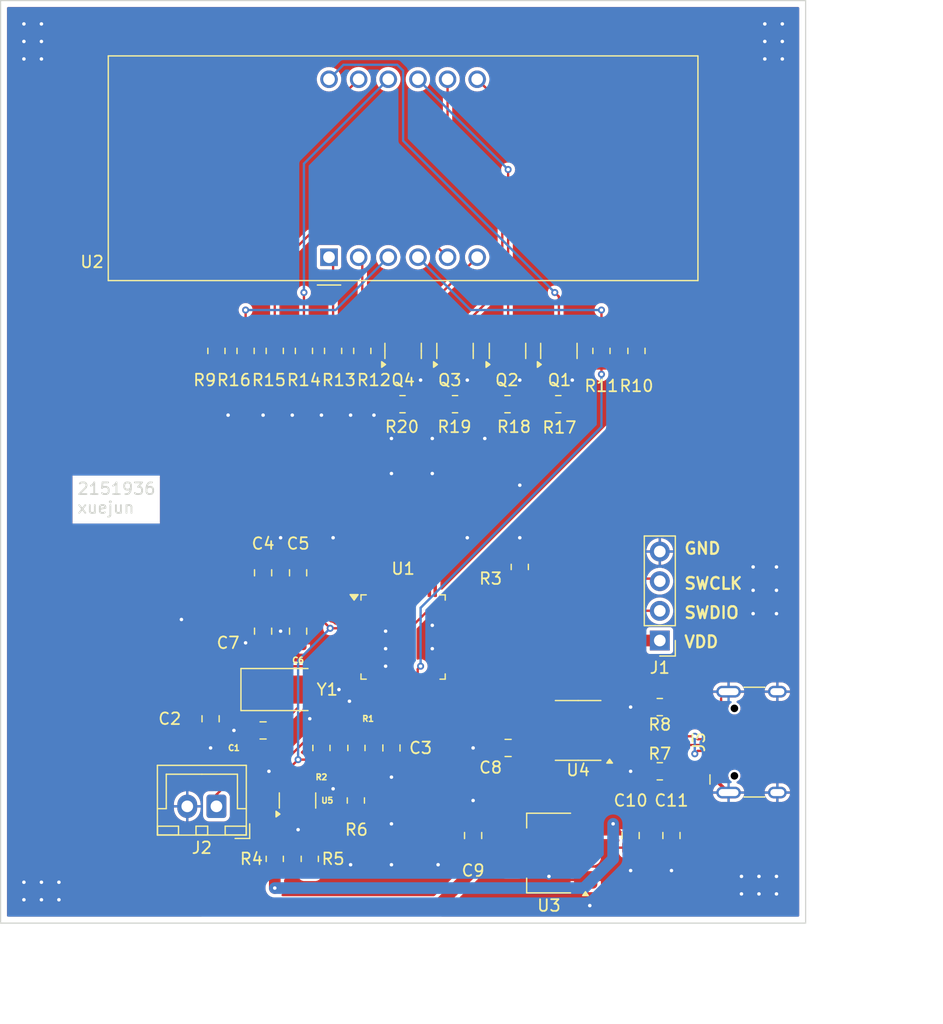
<source format=kicad_pcb>
(kicad_pcb (version 20240108) (generator "pcbnew") (generator_version "8.0")
  (layers (0 "F.Cu" signal) (31 "B.Cu" signal) (34 "B.Paste" user) (35 "F.Paste" user) (36 "B.SilkS" user "B.Silkscreen") (37 "F.SilkS" user "F.Silkscreen") (38 "B.Mask" user) (39 "F.Mask" user) (44 "Edge.Cuts" user))
  (net 0 "")
  (net 1 "Net-(Q2-B)")
  (net 2 "/CC2")
  (net 3 "/CC1")
  (net 4 "Net-(Q1-B)")
  (net 5 "/SEG_DP")
  (net 6 "Net-(U2-DPX)")
  (net 7 "Net-(U2-g)")
  (net 8 "/SEG_G")
  (net 9 "Net-(U2-f)")
  (net 10 "/SEG_F")
  (net 11 "/SEG_B")
  (net 12 "Net-(U2-b)")
  (net 13 "/SEG_E")
  (net 14 "Net-(U2-e)")
  (net 15 "Net-(U2-d)")
  (net 16 "/SEG_D")
  (net 17 "Net-(U2-c)")
  (net 18 "/SEG_C")
  (net 19 "/SEG_A")
  (net 20 "Net-(U2-a)")
  (net 21 "GND")
  (net 22 "Net-(J3-CC2)")
  (net 23 "Net-(J3-CC1)")
  (net 24 "Net-(U5-REF)")
  (net 25 "/VREF")
  (net 26 "Net-(U1-NRST)")
  (net 27 "VDD")
  (net 28 "Net-(J2-Pin_1)")
  (net 29 "/SWCLK")
  (net 30 "VCC")
  (net 31 "/CC3")
  (net 32 "Net-(Q3-B)")
  (net 33 "/CC4")
  (net 34 "Net-(Q4-B)")
  (net 35 "Net-(Q4-C)")
  (net 36 "Net-(Q1-C)")
  (net 37 "Net-(Q2-C)")
  (net 38 "Net-(Q3-C)")
  (net 39 "Net-(U4-UD-)")
  (net 40 "Net-(U4-UD+)")
  (net 42 "/UART_RX")
  (net 43 "/UART_TX")
  (net 63 "/SWDIO")
  (net 69 "Net-(U1-PF0)")
  (net 70 "Net-(U1-PF1)")
  (footprint "Capacitor_SMD:C_0805_2012Metric_Pad1.18x1.45mm_HandSolder" (layer "F.Cu") (at 141 104 -90)
    (property "Reference" "C6")
    (property "Value" "0.1uF")
  )
  (footprint "Resistor_SMD:R_0805_2012Metric_Pad1.20x1.40mm_HandSolder" (layer "F.Cu") (at 145.95 118.5 90)
    (property "Reference" "R6")
    (property "Value" "10k")
  )
  (footprint "Capacitor_SMD:C_0805_2012Metric_Pad1.18x1.45mm_HandSolder" (layer "F.Cu") (at 169.5 121.5 -90)
    (property "Reference" "C10")
    (property "Value" "0.1uF")
  )
  (footprint "Capacitor_SMD:C_0805_2012Metric_Pad1.18x1.45mm_HandSolder" (layer "F.Cu") (at 138 99 90)
    (property "Reference" "C4")
    (property "Value" "10uF")
  )
  (footprint "Connector_PinHeader_2.54mm:PinHeader_1x04_P2.54mm_Vertical" (layer "F.Cu") (at 172 104.8 180)
    (property "Reference" "J1")
    (property "Value" "Conn_01x04_Pin")
  )
  (footprint "Package_TO_SOT_SMD:SOT-23" (layer "F.Cu") (at 154.45 80 90)
    (property "Reference" "Q3")
    (property "Value" "MMBT3904" (hide yes))
  )
  (footprint "Package_TO_SOT_SMD:SOT-23" (layer "F.Cu") (at 158.95 80 90)
    (property "Reference" "Q2")
    (property "Value" "MMBT3904" (hide yes))
  )
  (footprint "Capacitor_SMD:C_0805_2012Metric_Pad1.18x1.45mm_HandSolder" (layer "F.Cu") (at 156 121.5 90)
    (property "Reference" "C9")
    (property "Value" "0.1uF")
  )
  (footprint "Resistor_SMD:R_0805_2012Metric_Pad1.20x1.40mm_HandSolder" (layer "F.Cu") (at 139 80 90)
    (property "Reference" "R15")
    (property "Value" "330")
  )
  (footprint "Resistor_SMD:R_0805_2012Metric_Pad1.20x1.40mm_HandSolder" (layer "F.Cu") (at 163.3 84.5625 180)
    (property "Reference" "R17")
    (property "Value" "1k")
  )
  (footprint "Display_7Segment:CA56-12EWA" (layer "F.Cu") (at 143.65 71.9775 90)
    (property "Reference" "U2")
    (property "Value" "CC56-12EWA")
  )
  (footprint "Resistor_SMD:R_0805_2012Metric_Pad1.20x1.40mm_HandSolder" (layer "F.Cu") (at 142 123.5 90)
    (property "Reference" "R5")
    (property "Value" "3.3k")
  )
  (footprint "Resistor_SMD:R_0805_2012Metric_Pad1.20x1.40mm_HandSolder" (layer "F.Cu") (at 146.5 80 90)
    (property "Reference" "R12")
    (property "Value" "330")
  )
  (footprint "Resistor_SMD:R_0805_2012Metric_Pad1.20x1.40mm_HandSolder" (layer "F.Cu") (at 149.95 84.5625 180)
    (property "Reference" "R20")
    (property "Value" "1k")
  )
  (footprint "Capacitor_SMD:C_0805_2012Metric_Pad1.18x1.45mm_HandSolder" (layer "F.Cu") (at 173 121.5 -90)
    (property "Reference" "C11")
    (property "Value" "10uF")
  )
  (footprint "Resistor_SMD:R_0805_2012Metric_Pad1.20x1.40mm_HandSolder" (layer "F.Cu") (at 158.95 84.5625 180)
    (property "Reference" "R18")
    (property "Value" "1k")
  )
  (footprint "Resistor_SMD:R_0805_2012Metric_Pad1.20x1.40mm_HandSolder" (layer "F.Cu") (at 134 80 90)
    (property "Reference" "R9")
    (property "Value" "330")
  )
  (footprint "Resistor_SMD:R_0805_2012Metric_Pad1.20x1.40mm_HandSolder" (layer "F.Cu") (at 146 114 90)
    (property "Reference" "R1")
    (property "Value" "10k")
  )
  (footprint "Resistor_SMD:R_0805_2012Metric_Pad1.20x1.40mm_HandSolder" (layer "F.Cu") (at 172 116 180)
    (property "Reference" "R7")
    (property "Value" "5.1k")
  )
  (footprint "Package_SO:SOIC-8_3.9x4.9mm_P1.27mm" (layer "F.Cu") (at 165 112.5 180)
    (property "Reference" "U4")
    (property "Value" "CH340N")
  )
  (footprint "Capacitor_SMD:C_0805_2012Metric_Pad1.18x1.45mm_HandSolder" (layer "F.Cu") (at 138 104 -90)
    (property "Reference" "C7")
    (property "Value" "10uF")
  )
  (footprint "Package_TO_SOT_SMD:SOT-23" (layer "F.Cu") (at 163.35 80 90)
    (property "Reference" "Q1")
    (property "Value" "MMBT3904")
  )
  (footprint "Connector_USB:USB_C_Receptacle_HCTL_HC-TYPE-C-16P-01A" (layer "F.Cu") (at 181 113.5 90)
    (property "Reference" "J3")
    (property "Value" "USB_C_Receptacle_USB2.0_16P")
  )
  (footprint "Package_TO_SOT_SMD:SOT-223-3_TabPin2" (layer "F.Cu") (at 162.5 123 180)
    (property "Reference" "U3")
    (property "Value" "AMS1117-3.3")
  )
  (footprint "Resistor_SMD:R_0805_2012Metric_Pad1.20x1.40mm_HandSolder" (layer "F.Cu") (at 141.5 80 90)
    (property "Reference" "R14")
    (property "Value" "330")
  )
  (footprint "Resistor_SMD:R_0805_2012Metric_Pad1.20x1.40mm_HandSolder" (layer "F.Cu") (at 144 80 90)
    (property "Reference" "R13")
    (property "Value" "330")
  )
  (footprint "Resistor_SMD:R_0805_2012Metric_Pad1.20x1.40mm_HandSolder" (layer "F.Cu") (at 172 110.5 180)
    (property "Reference" "R8")
    (property "Value" "5.1k")
  )
  (footprint "Capacitor_SMD:C_0805_2012Metric_Pad1.18x1.45mm_HandSolder" (layer "F.Cu") (at 138 112.5 180)
    (property "Reference" "C1")
    (property "Value" "22pF")
  )
  (footprint "Connector_JST:JST_XH_B2B-XH-A_1x02_P2.50mm_Vertical" (layer "F.Cu") (at 134 119 180)
    (property "Reference" "J2")
    (property "Value" "Conn_01x02_Pin")
  )
  (footprint "Capacitor_SMD:C_0805_2012Metric_Pad1.18x1.45mm_HandSolder" (layer "F.Cu") (at 149 114 -90)
    (property "Reference" "C3")
    (property "Value" "0.1uF")
  )
  (footprint "Resistor_SMD:R_0805_2012Metric_Pad1.20x1.40mm_HandSolder" (layer "F.Cu") (at 139 123.5 90)
    (property "Reference" "R4")
    (property "Value" "330")
  )
  (footprint "Resistor_SMD:R_0805_2012Metric_Pad1.20x1.40mm_HandSolder" (layer "F.Cu") (at 136.5 80 90)
    (property "Reference" "R16")
    (property "Value" "330")
  )
  (footprint "Resistor_SMD:R_0805_2012Metric_Pad1.20x1.40mm_HandSolder" (layer "F.Cu") (at 170 80 90)
    (property "Reference" "R10")
    (property "Value" "330")
  )
  (footprint "Resistor_SMD:R_0805_2012Metric_Pad1.20x1.40mm_HandSolder" (layer "F.Cu") (at 160 98.5 90)
    (property "Reference" "R3")
    (property "Value" "10k")
  )
  (footprint "Package_QFP:LQFP-48_7x7mm_P0.5mm" (layer "F.Cu") (at 150 104.5)
    (property "Reference" "U1")
    (property "Value" "STM32G030C8Tx")
  )
  (footprint "Resistor_SMD:R_0805_2012Metric_Pad1.20x1.40mm_HandSolder" (layer "F.Cu") (at 143 114 90)
    (property "Reference" "R2")
    (property "Value" "10k")
  )
  (footprint "Resistor_SMD:R_0805_2012Metric_Pad1.20x1.40mm_HandSolder" (layer "F.Cu") (at 167 80 90)
    (property "Reference" "R11")
    (property "Value" "330")
  )
  (footprint "Capacitor_SMD:C_0805_2012Metric_Pad1.18x1.45mm_HandSolder" (layer "F.Cu") (at 159 114 180)
    (property "Reference" "C8")
    (property "Value" "0.1uF")
  )
  (footprint "Resistor_SMD:R_0805_2012Metric_Pad1.20x1.40mm_HandSolder" (layer "F.Cu") (at 154.45 84.5625 180)
    (property "Reference" "R19")
    (property "Value" "1k")
  )
  (footprint "Package_TO_SOT_SMD:SOT-23" (layer "F.Cu") (at 140.95 118.5 90)
    (property "Reference" "U5")
    (property "Value" "TL431DBZ")
  )
  (footprint "Package_TO_SOT_SMD:SOT-23" (layer "F.Cu") (at 150 80 90)
    (property "Reference" "Q4")
    (property "Value" "MMBT3904" (hide yes))
  )
  (footprint "Capacitor_SMD:C_0805_2012Metric_Pad1.18x1.45mm_HandSolder" (layer "F.Cu") (at 133.5 111.5 -90)
    (property "Reference" "C2")
    (property "Value" "22pF")
  )
  (footprint "Capacitor_SMD:C_0805_2012Metric_Pad1.18x1.45mm_HandSolder" (layer "F.Cu") (at 141 99 90)
    (property "Reference" "C5")
    (property "Value" "0.1uF")
  )
  (footprint "Crystal:Crystal_SMD_5032-2Pin_5.0x3.2mm" (layer "F.Cu") (at 139.15 109)
    (property "Reference" "Y1")
    (property "Value" "Crystal")
  )
  (gr_line (start 184.5 50) (end 184.5 129) (stroke (width 0.1)) (layer "Edge.Cuts"))
  (gr_line (start 115.5 50) (end 184.5 50) (stroke (width 0.1)) (layer "Edge.Cuts"))
  (gr_line (start 115.5 50) (end 115.5 129) (stroke (width 0.1)) (layer "Edge.Cuts"))
  (gr_line (start 184.5 129) (end 115.5 129) (stroke (width 0.1)) (layer "Edge.Cuts"))
  (gr_text "GND" (at 174 97.5 0) (layer "F.SilkS") (effects (font (size 1 1) (thickness 0.2) (bold yes)) (justify left bottom)))
  (gr_text "SWDIO" (at 174 103 0) (layer "F.SilkS") (effects (font (size 1 1) (thickness 0.2) (bold yes)) (justify left bottom)))
  (gr_text "VDD" (at 174 105.5 0) (layer "F.SilkS") (effects (font (size 1 1) (thickness 0.2) (bold yes)) (justify left bottom)))
  (gr_text "SWCLK" (at 174 100.5 0) (layer "F.SilkS") (effects (font (size 1 1) (thickness 0.2) (bold yes)) (justify left bottom)))
  (gr_text "2151936\nxuejun" (at 122 94 0) (layer "Edge.Cuts") (effects (font (size 1 1)) (justify left bottom)))
  (segment (start 157.95 84.5625) (end 157.95 80.9875) (width 0.2) (layer "F.Cu") (net 1))
  (segment (start 157.95 80.9875) (end 158 80.9375) (width 0.2) (layer "F.Cu") (net 1))
  (segment (start 151.75 94.75) (end 159.95 86.55) (width 0.2) (layer "F.Cu") (net 2))
  (segment (start 159.95 86.55) (end 159.95 84.5625) (width 0.2) (layer "F.Cu") (net 2))
  (segment (start 151.75 100.3375) (end 151.75 94.75) (width 0.2) (layer "F.Cu") (net 2))
  (segment (start 152.25 100.3375) (end 152.25 96.6125) (width 0.2) (layer "F.Cu") (net 3))
  (segment (start 152.25 96.6125) (end 164.3 84.5625) (width 0.2) (layer "F.Cu") (net 3))
  (segment (start 162.3 81.0375) (end 162.4 80.9375) (width 0.2) (layer "F.Cu") (net 4))
  (segment (start 162.3 84.5625) (end 162.3 81.0375) (width 0.2) (layer "F.Cu") (net 4))
  (segment (start 148.25 97.75) (end 136.5 86) (width 0.2) (layer "F.Cu") (net 5))
  (segment (start 136.5 86) (end 136.5 81) (width 0.2) (layer "F.Cu") (net 5))
  (segment (start 148.25 100.3375) (end 148.25 97.75) (width 0.2) (layer "F.Cu") (net 5))
  (segment (start 149 72.2475) (end 148.73 71.9775) (width 0.2) (layer "F.Cu") (net 6))
  (segment (start 136.5 79) (end 136.5 76.5) (width 0.2) (layer "F.Cu") (net 6))
  (via (at 136.5 76.5) (size 0.6) (drill 0.3) (layers "F.Cu" "B.Cu") (net 6))
  (segment (start 144.2075 76.5) (end 148.73 71.9775) (width 0.2) (layer "B.Cu") (net 6))
  (segment (start 136.5 76.5) (end 144.2075 76.5) (width 0.2) (layer "B.Cu") (net 6))
  (segment (start 139 79) (end 139 73) (width 0.2) (layer "F.Cu") (net 7))
  (segment (start 139 73) (end 142 70) (width 0.2) (layer "F.Cu") (net 7))
  (segment (start 142 70) (end 151.8325 70) (width 0.2) (layer "F.Cu") (net 7))
  (segment (start 151.8325 70) (end 153.81 71.9775) (width 0.2) (layer "F.Cu") (net 7))
  (segment (start 148.75 100.3375) (end 148.75 96.75) (width 0.2) (layer "F.Cu") (net 8))
  (segment (start 148.75 96.75) (end 139 87) (width 0.2) (layer "F.Cu") (net 8))
  (segment (start 139 87) (end 139 81) (width 0.2) (layer "F.Cu") (net 8))
  (segment (start 141.5 79) (end 141.5 75) (width 0.2) (layer "F.Cu") (net 9))
  (via (at 141.5 75) (size 0.6) (drill 0.3) (layers "F.Cu" "B.Cu") (net 9))
  (segment (start 141.5 75) (end 141.5 63.9675) (width 0.2) (layer "B.Cu") (net 9))
  (segment (start 141.5 63.9675) (end 148.73 56.7375) (width 0.2) (layer "B.Cu") (net 9))
  (segment (start 141.5 88) (end 141.5 81) (width 0.2) (layer "F.Cu") (net 10))
  (segment (start 149.25 95.75) (end 141.5 88) (width 0.2) (layer "F.Cu") (net 10))
  (segment (start 149.25 100.3375) (end 149.25 95.75) (width 0.2) (layer "F.Cu") (net 10))
  (segment (start 170 84.35741) (end 170 81) (width 0.2) (layer "F.Cu") (net 11))
  (segment (start 150.75 108.6625) (end 150.75 103.60741) (width 0.2) (layer "F.Cu") (net 11))
  (segment (start 150.75 103.60741) (end 170 84.35741) (width 0.2) (layer "F.Cu") (net 11))
  (segment (start 170 70.3875) (end 156.35 56.7375) (width 0.2) (layer "F.Cu") (net 12))
  (segment (start 170 79) (end 170 70.3875) (width 0.2) (layer "F.Cu") (net 12))
  (segment (start 144 89) (end 144 81) (width 0.2) (layer "F.Cu") (net 13))
  (segment (start 149.75 100.3375) (end 149.75 94.75) (width 0.2) (layer "F.Cu") (net 13))
  (segment (start 149.75 94.75) (end 144 89) (width 0.2) (layer "F.Cu") (net 13))
  (segment (start 144 72.3275) (end 143.65 71.9775) (width 0.2) (layer "F.Cu") (net 14))
  (segment (start 144 79) (end 144 72.3275) (width 0.2) (layer "F.Cu") (net 14))
  (segment (start 146.5 72.2875) (end 146.19 71.9775) (width 0.2) (layer "F.Cu") (net 15))
  (segment (start 146.5 79) (end 146.5 72.2875) (width 0.2) (layer "F.Cu") (net 15))
  (segment (start 150.25 93.75) (end 146.5 90) (width 0.2) (layer "F.Cu") (net 16))
  (segment (start 150.25 100.3375) (end 150.25 93.75) (width 0.2) (layer "F.Cu") (net 16))
  (segment (start 146.5 90) (end 146.5 81) (width 0.2) (layer "F.Cu") (net 16))
  (segment (start 167 76.5) (end 167 79) (width 0.2) (layer "F.Cu") (net 17))
  (via (at 167 76.5) (size 0.6) (drill 0.3) (layers "F.Cu" "B.Cu") (net 17))
  (segment (start 155.7925 76.5) (end 151.27 71.9775) (width 0.2) (layer "B.Cu") (net 17))
  (segment (start 167 76.5) (end 155.7925 76.5) (width 0.2) (layer "B.Cu") (net 17))
  (segment (start 151.25 107.25) (end 151.25 108.6625) (width 0.2) (layer "F.Cu") (net 18))
  (segment (start 151.5 107) (end 151.25 107.25) (width 0.2) (layer "F.Cu") (net 18))
  (segment (start 167 81) (end 167 82) (width 0.2) (layer "F.Cu") (net 18))
  (via (at 167 82) (size 0.6) (drill 0.3) (layers "F.Cu" "B.Cu") (net 18))
  (via (at 151.5 107) (size 0.6) (drill 0.3) (layers "F.Cu" "B.Cu") (net 18))
  (segment (start 167 86.5) (end 167 82) (width 0.2) (layer "B.Cu") (net 18))
  (segment (start 151.5 107) (end 151.5 102) (width 0.2) (layer "B.Cu") (net 18))
  (segment (start 151.5 102) (end 167 86.5) (width 0.2) (layer "B.Cu") (net 18))
  (segment (start 150.25 104.60741) (end 134 88.35741) (width 0.2) (layer "F.Cu") (net 19))
  (segment (start 134 88.35741) (end 134 81) (width 0.2) (layer "F.Cu") (net 19))
  (segment (start 150.25 108.6625) (end 150.25 104.60741) (width 0.2) (layer "F.Cu") (net 19))
  (segment (start 134 79) (end 134 68.9275) (width 0.2) (layer "F.Cu") (net 20))
  (segment (start 134 68.9275) (end 146.19 56.7375) (width 0.2) (layer "F.Cu") (net 20))
  (segment (start 138 105.0375) (end 141 105.0375) (width 0.2) (layer "F.Cu") (net 21))
  (segment (start 176.955 116.905) (end 177.87 117.82) (width 0.3) (layer "F.Cu") (net 21))
  (segment (start 177.87 117.82) (end 177.895 117.82) (width 0.2) (layer "F.Cu") (net 21))
  (segment (start 176.955 116.75) (end 176.955 116.905) (width 0.3) (layer "F.Cu") (net 21))
  (segment (start 145.8375 104.75) (end 141.2875 104.75) (width 0.2) (layer "F.Cu") (net 21))
  (segment (start 141.2875 104.75) (end 141 105.0375) (width 0.2) (layer "F.Cu") (net 21))
  (via (at 182 98.5) (size 0.6) (drill 0.3) (layers "F.Cu" "B.Cu") (net 21))
  (via (at 162.5 125) (size 0.6) (drill 0.3) (layers "F.Cu" "B.Cu") (net 21))
  (via (at 160 91.5) (size 0.6) (drill 0.3) (layers "F.Cu" "B.Cu") (net 21))
  (via (at 152.5 105.5) (size 0.6) (drill 0.3) (layers "F.Cu" "B.Cu") (net 21))
  (via (at 179 125) (size 0.6) (drill 0.3) (layers "F.Cu" "B.Cu") (net 21))
  (via (at 156 118.5) (size 0.6) (drill 0.3) (layers "F.Cu" "B.Cu") (net 21))
  (via (at 138 85.5) (size 0.6) (drill 0.3) (layers "F.Cu" "B.Cu") (net 21))
  (via (at 120.5 125.5) (size 0.6) (drill 0.3) (layers "F.Cu" "B.Cu") (net 21))
  (via (at 169.5 110.5) (size 0.6) (drill 0.3) (layers "F.Cu" "B.Cu") (net 21))
  (via (at 160 96) (size 0.6) (drill 0.3) (layers "F.Cu" "B.Cu") (net 21))
  (via (at 142 111.5) (size 0.6) (drill 0.3) (layers "F.Cu" "B.Cu") (net 21))
  (via (at 180.5 125) (size 0.6) (drill 0.3) (layers "F.Cu" "B.Cu") (net 21))
  (via (at 145.5 124) (size 0.6) (drill 0.3) (layers "F.Cu" "B.Cu") (net 21))
  (via (at 181 52) (size 0.6) (drill 0.3) (layers "F.Cu" "B.Cu") (net 21))
  (via (at 133.5 114) (size 0.6) (drill 0.3) (layers "F.Cu" "B.Cu") (net 21))
  (via (at 166 127.5) (size 0.6) (drill 0.3) (layers "F.Cu" "B.Cu") (net 21))
  (via (at 119 55) (size 0.6) (drill 0.3) (layers "F.Cu" "B.Cu") (net 21))
  (via (at 145.5 85.5) (size 0.6) (drill 0.3) (layers "F.Cu" "B.Cu") (net 21))
  (via (at 181 53.5) (size 0.6) (drill 0.3) (layers "F.Cu" "B.Cu") (net 21))
  (via (at 181 55) (size 0.6) (drill 0.3) (layers "F.Cu" "B.Cu") (net 21))
  (via (at 156 114) (size 0.6) (drill 0.3) (layers "F.Cu" "B.Cu") (net 21))
  (via (at 149 116.5) (size 0.6) (drill 0.3) (layers "F.Cu" "B.Cu") (net 21))
  (via (at 148.5 104) (size 0.6) (drill 0.3) (layers "F.Cu" "B.Cu") (net 21))
  (via (at 136.5 105) (size 0.6) (drill 0.3) (layers "F.Cu" "B.Cu") (net 21))
  (via (at 140.5 85.5) (size 0.6) (drill 0.3) (layers "F.Cu" "B.Cu") (net 21))
  (via (at 180 102.5) (size 0.6) (drill 0.3) (layers "F.Cu" "B.Cu") (net 21))
  (via (at 119 52) (size 0.6) (drill 0.3) (layers "F.Cu" "B.Cu") (net 21))
  (via (at 160 82.5) (size 0.6) (drill 0.3) (layers "F.Cu" "B.Cu") (net 21))
  (via (at 173 124.5) (size 0.6) (drill 0.3) (layers "F.Cu" "B.Cu") (net 21))
  (via (at 149 87.5) (size 0.6) (drill 0.3) (layers "F.Cu" "B.Cu") (net 21))
  (via (at 117.5 125.5) (size 0.6) (drill 0.3) (layers "F.Cu" "B.Cu") (net 21))
  (via (at 117.5 127) (size 0.6) (drill 0.3) (layers "F.Cu" "B.Cu") (net 21))
  (via (at 153 124) (size 0.6) (drill 0.3) (layers "F.Cu" "B.Cu") (net 21))
  (via (at 148.5 107) (size 0.6) (drill 0.3) (layers "F.Cu" "B.Cu") (net 21))
  (via (at 139.5 104) (size 0.6) (drill 0.3) (layers "F.Cu" "B.Cu") (net 21))
  (via (at 182.5 52) (size 0.6) (drill 0.3) (layers "F.Cu" "B.Cu") (net 21))
  (via (at 180 100.5) (size 0.6) (drill 0.3) (layers "F.Cu" "B.Cu") (net 21))
  (via (at 180 98.5) (size 0.6) (drill 0.3) (layers "F.Cu" "B.Cu") (net 21))
  (via (at 138.5 116) (size 0.6) (drill 0.3) (layers "F.Cu" "B.Cu") (net 21))
  (via (at 119 125.5) (size 0.6) (drill 0.3) (layers "F.Cu" "B.Cu") (net 21))
  (via (at 182 125) (size 0.6) (drill 0.3) (layers "F.Cu" "B.Cu") (net 21))
  (via (at 149 124) (size 0.6) (drill 0.3) (layers "F.Cu" "B.Cu") (net 21))
  (via (at 164.5 82.5) (size 0.6) (drill 0.3) (layers "F.Cu" "B.Cu") (net 21))
  (via (at 144.5 109) (size 0.6) (drill 0.3) (layers "F.Cu" "B.Cu") (net 21))
  (via (at 149 90.5) (size 0.6) (drill 0.3) (layers "F.Cu" "B.Cu") (net 21))
  (via (at 139.5 96) (size 0.6) (drill 0.3) (layers "F.Cu" "B.Cu") (net 21))
  (via (at 155.5 82.5) (size 0.6) (drill 0.3) (layers "F.Cu" "B.Cu") (net 21))
  (via (at 144 96) (size 0.6) (drill 0.3) (layers "F.Cu" "B.Cu") (net 21))
  (via (at 117.5 53.5) (size 0.6) (drill 0.3) (layers "F.Cu" "B.Cu") (net 21))
  (via (at 119 53.5) (size 0.6) (drill 0.3) (layers "F.Cu" "B.Cu") (net 21))
  (via (at 182.5 53.5) (size 0.6) (drill 0.3) (layers "F.Cu" "B.Cu") (net 21))
  (via (at 182 100.5) (size 0.6) (drill 0.3) (layers "F.Cu" "B.Cu") (net 21))
  (via (at 119 127) (size 0.6) (drill 0.3) (layers "F.Cu" "B.Cu") (net 21))
  (via (at 120.5 127) (size 0.6) (drill 0.3) (layers "F.Cu" "B.Cu") (net 21))
  (via (at 155.5 96) (size 0.6) (drill 0.3) (layers "F.Cu" "B.Cu") (net 21))
  (via (at 135 85.5) (size 0.6) (drill 0.3) (layers "F.Cu" "B.Cu") (net 21))
  (via (at 144 117.5) (size 0.6) (drill 0.3) (layers "F.Cu" "B.Cu") (net 21))
  (via (at 180.5 126.5) (size 0.6) (drill 0.3) (layers "F.Cu" "B.Cu") (net 21))
  (via (at 169.5 124.5) (size 0.6) (drill 0.3) (layers "F.Cu" "B.Cu") (net 21))
  (via (at 182.5 55) (size 0.6) (drill 0.3) (layers "F.Cu" "B.Cu") (net 21))
  (via (at 151.5 82.5) (size 0.6) (drill 0.3) (layers "F.Cu" "B.Cu") (net 21))
  (via (at 182 102.5) (size 0.6) (drill 0.3) (layers "F.Cu" "B.Cu") (net 21))
  (via (at 182 126.5) (size 0.6) (drill 0.3) (layers "F.Cu" "B.Cu") (net 21))
  (via (at 145.4 110) (size 0.6) (drill 0.3) (layers "F.Cu" "B.Cu") (net 21))
  (via (at 179 126.5) (size 0.6) (drill 0.3) (layers "F.Cu" "B.Cu") (net 21))
  (via (at 169.5 116) (size 0.6) (drill 0.3) (layers "F.Cu" "B.Cu") (net 21))
  (via (at 117.5 52) (size 0.6) (drill 0.3) (layers "F.Cu" "B.Cu") (net 21))
  (via (at 117.5 55) (size 0.6) (drill 0.3) (layers "F.Cu" "B.Cu") (net 21))
  (via (at 131 103) (size 0.6) (drill 0.3) (layers "F.Cu" "B.Cu") (net 21))
  (via (at 147.5 85.5) (size 0.6) (drill 0.3) (layers "F.Cu" "B.Cu") (net 21))
  (via (at 149 120.5) (size 0.6) (drill 0.3) (layers "F.Cu" "B.Cu") (net 21))
  (via (at 152.5 103.5) (size 0.6) (drill 0.3) (layers "F.Cu" "B.Cu") (net 21))
  (via (at 148.5 105.5) (size 0.6) (drill 0.3) (layers "F.Cu" "B.Cu") (net 21))
  (via (at 143 85.5) (size 0.6) (drill 0.3) (layers "F.Cu" "B.Cu") (net 21))
  (via (at 157 87.5) (size 0.6) (drill 0.3) (layers "F.Cu" "B.Cu") (net 21))
  (via (at 141 121) (size 0.6) (drill 0.3) (layers "F.Cu" "B.Cu") (net 21))
  (via (at 152.5 87.5) (size 0.6) (drill 0.3) (layers "F.Cu" "B.Cu") (net 21))
  (via (at 152.5 90.5) (size 0.6) (drill 0.3) (layers "F.Cu" "B.Cu") (net 21))
  (via (at 135.5 112.5) (size 0.6) (drill 0.3) (layers "F.Cu" "B.Cu") (net 21))
  (segment (start 173 110.5) (end 174.5 110.5) (width 0.2) (layer "F.Cu") (net 22))
  (segment (start 175.75 111.75) (end 177.32 111.75) (width 0.2) (layer "F.Cu") (net 22))
  (segment (start 174.5 110.5) (end 175.75 111.75) (width 0.2) (layer "F.Cu") (net 22))
  (segment (start 174.5 116) (end 173 116) (width 0.2) (layer "F.Cu") (net 23))
  (segment (start 175.75 114.75) (end 174.5 116) (width 0.2) (layer "F.Cu") (net 23))
  (segment (start 177.32 114.75) (end 175.75 114.75) (width 0.2) (layer "F.Cu") (net 23))
  (segment (start 141.9 119.4375) (end 141.9625 119.5) (width 0.2) (layer "F.Cu") (net 24))
  (segment (start 142 119.5375) (end 141.9 119.4375) (width 0.2) (layer "F.Cu") (net 24))
  (segment (start 141.9625 119.5) (end 145.95 119.5) (width 0.2) (layer "F.Cu") (net 24))
  (segment (start 142 122.5) (end 142 119.5375) (width 0.2) (layer "F.Cu") (net 24))
  (segment (start 143.75 103.75) (end 142.9625 102.9625) (width 0.2) (layer "F.Cu") (net 25))
  (segment (start 141 124.5) (end 139 122.5) (width 0.2) (layer "F.Cu") (net 25))
  (segment (start 140 120.46875) (end 140 119.4375) (width 0.2) (layer "F.Cu") (net 25))
  (segment (start 141 115) (end 140 116) (width 0.2) (layer "F.Cu") (net 25))
  (segment (start 139 121.46875) (end 140 120.46875) (width 0.2) (layer "F.Cu") (net 25))
  (segment (start 142 124.5) (end 141 124.5) (width 0.2) (layer "F.Cu") (net 25))
  (segment (start 140 116) (end 140 119.4375) (width 0.2) (layer "F.Cu") (net 25))
  (segment (start 142.9625 102.9625) (end 141 102.9625) (width 0.2) (layer "F.Cu") (net 25))
  (segment (start 143.75 103.75) (end 145.8375 103.75) (width 0.2) (layer "F.Cu") (net 25))
  (segment (start 141 102.9625) (end 138 102.9625) (width 0.2) (layer "F.Cu") (net 25))
  (segment (start 139 122.5) (end 139 121.46875) (width 0.2) (layer "F.Cu") (net 25))
  (segment (start 141 115) (end 143 115) (width 0.2) (layer "F.Cu") (net 25))
  (via (at 143.75 103.75) (size 0.6) (drill 0.3) (layers "F.Cu" "B.Cu") (net 25))
  (via (at 141 115) (size 0.6) (drill 0.3) (layers "F.Cu" "B.Cu") (net 25))
  (segment (start 141 106.5) (end 143.75 103.75) (width 0.2) (layer "B.Cu") (net 25))
  (segment (start 141 115) (end 141 106.5) (width 0.2) (layer "B.Cu") (net 25))
  (segment (start 146 113) (end 148.9625 113) (width 0.2) (layer "F.Cu") (net 26))
  (segment (start 147 107.35741) (end 146 108.35741) (width 0.2) (layer "F.Cu") (net 26))
  (segment (start 146.75 106.25) (end 147 106.5) (width 0.2) (layer "F.Cu") (net 26))
  (segment (start 148.9625 113) (end 149 112.9625) (width 0.2) (layer "F.Cu") (net 26))
  (segment (start 146 108.35741) (end 146 113) (width 0.2) (layer "F.Cu") (net 26))
  (segment (start 145.8375 106.25) (end 146.75 106.25) (width 0.2) (layer "F.Cu") (net 26))
  (segment (start 147 106.5) (end 147 107.35741) (width 0.2) (layer "F.Cu") (net 26))
  (segment (start 145.8375 104.25) (end 146.75 104.25) (width 0.25) (layer "F.Cu") (net 27))
  (segment (start 170.295 104.8) (end 172 104.8) (width 1) (layer "F.Cu") (net 27))
  (segment (start 164.5 110.595) (end 162.375 110.595) (width 0.3) (layer "F.Cu") (net 27))
  (segment (start 156 122.5375) (end 153.5375 122.5375) (width 0.5) (layer "F.Cu") (net 27))
  (segment (start 127.5 122) (end 127.5 103) (width 1) (layer "F.Cu") (net 27))
  (segment (start 133 127.5) (end 127.5 122) (width 1) (layer "F.Cu") (net 27))
  (segment (start 146.75 103.25) (end 145.8375 103.25) (width 0.25) (layer "F.Cu") (net 27))
  (segment (start 156 124.5) (end 153 127.5) (width 1) (layer "F.Cu") (net 27))
  (segment (start 158.5375 122.5375) (end 156 122.5375) (width 1) (layer "F.Cu") (net 27))
  (segment (start 145 103.25) (end 144.75 103.25) (width 0.2) (layer "F.Cu") (net 27))
  (segment (start 159.35 123) (end 159.35 118.15) (width 1) (layer "F.Cu") (net 27))
  (segment (start 159.35 123) (end 165.65 123) (width 1) (layer "F.Cu") (net 27))
  (segment (start 153 127.5) (end 133 127.5) (width 1) (layer "F.Cu") (net 27))
  (segment (start 153.5375 122.5375) (end 146 115) (width 0.5) (layer "F.Cu") (net 27))
  (segment (start 146.75 104.25) (end 147 104) (width 0.25) (layer "F.Cu") (net 27))
  (segment (start 164.5 114) (end 164.095 114.405) (width 0.6) (layer "F.Cu") (net 27))
  (segment (start 159.35 123) (end 159 123) (width 0.2) (layer "F.Cu") (net 27))
  (segment (start 156 122.5375) (end 156 124.5) (width 1) (layer "F.Cu") (net 27))
  (segment (start 164.5 110.595) (end 164.5 114) (width 1) (layer "F.Cu") (net 27))
  (segment (start 159.35 118.15) (end 160.0375 117.4625) (width 1) (layer "F.Cu") (net 27))
  (segment (start 145.8375 103.25) (end 145 103.25) (width 0.3) (layer "F.Cu") (net 27))
  (segment (start 144.75 103.25) (end 141.5375 100.0375) (width 0.2) (layer "F.Cu") (net 27))
  (segment (start 130.4625 100.0375) (end 138 100.0375) (width 1) (layer "F.Cu") (net 27))
  (segment (start 162.375 114.405) (end 160.4425 114.405) (width 0.6) (layer "F.Cu") (net 27))
  (segment (start 147 103.5) (end 146.75 103.25) (width 0.25) (layer "F.Cu") (net 27))
  (segment (start 160.4425 114.405) (end 160.0375 114) (width 0.2) (layer "F.Cu") (net 27))
  (segment (start 164.095 114.405) (end 162.375 114.405) (width 0.6) (layer "F.Cu") (net 27))
  (segment (start 127.5 103) (end 130.4625 100.0375) (width 1) (layer "F.Cu") (net 27))
  (segment (start 159 123) (end 158.5375 122.5375) (width 0.2) (layer "F.Cu") (net 27))
  (segment (start 141 100.0375) (end 138 100.0375) (width 1) (layer "F.Cu") (net 27))
  (segment (start 141.5375 100.0375) (end 141 100.0375) (width 0.3) (layer "F.Cu") (net 27))
  (segment (start 164.5 110.595) (end 170.295 104.8) (width 1) (layer "F.Cu") (net 27))
  (segment (start 160.0375 117.4625) (end 160.0375 114) (width 1) (layer "F.Cu") (net 27))
  (segment (start 147 104) (end 147 103.5) (width 0.25) (layer "F.Cu") (net 27))
  (segment (start 134 118) (end 134 119) (width 0.2) (layer "F.Cu") (net 28))
  (segment (start 143 113) (end 142 113) (width 0.2) (layer "F.Cu") (net 28))
  (segment (start 142 113) (end 140.5 114.5) (width 0.2) (layer "F.Cu") (net 28))
  (segment (start 143 108) (end 143 113) (width 0.2) (layer "F.Cu") (net 28))
  (segment (start 145.8375 106.75) (end 144.25 106.75) (width 0.2) (layer "F.Cu") (net 28))
  (segment (start 140.5 114.5) (end 137.5 114.5) (width 0.2) (layer "F.Cu") (net 28))
  (segment (start 144.25 106.75) (end 143 108) (width 0.2) (layer "F.Cu") (net 28))
  (segment (start 137.5 114.5) (end 134 118) (width 0.2) (layer "F.Cu") (net 28))
  (segment (start 157.75 101.75) (end 160 99.5) (width 0.2) (layer "F.Cu") (net 29))
  (segment (start 171.78 99.5) (end 172 99.72) (width 0.2) (layer "F.Cu") (net 29))
  (segment (start 160 99.5) (end 171.78 99.5) (width 0.2) (layer "F.Cu") (net 29))
  (segment (start 154.1625 101.75) (end 157.75 101.75) (width 0.2) (layer "F.Cu") (net 29))
  (segment (start 179 114.794999) (end 179 112.169594) (width 0.3) (layer "F.Cu") (net 30))
  (segment (start 177.32 115.9) (end 175.6 115.9) (width 0.5) (layer "F.Cu") (net 30))
  (segment (start 177.930406 111.1) (end 177.32 111.1) (width 0.25) (layer "F.Cu") (net 30))
  (segment (start 169.5 120.4625) (end 173 120.4625) (width 0.5) (layer "F.Cu") (net 30))
  (segment (start 173 118.5) (end 173 120.4625) (width 0.5) (layer "F.Cu") (net 30))
  (segment (start 177.32 115.9) (end 177.894999 115.9) (width 0.25) (layer "F.Cu") (net 30))
  (segment (start 175.6 115.9) (end 173 118.5) (width 0.5) (layer "F.Cu") (net 30))
  (segment (start 139 124.5) (end 139 126) (width 1) (layer "F.Cu") (net 30))
  (segment (start 168 120.5) (end 168.0375 120.4625) (width 0.2) (layer "F.Cu") (net 30))
  (segment (start 177.894999 115.9) (end 179 114.794999) (width 0.25) (layer "F.Cu") (net 30))
  (segment (start 179 112.169594) (end 177.930406 111.1) (width 0.25) (layer "F.Cu") (net 30))
  (segment (start 168.0375 120.4625) (end 169.5 120.4625) (width 0.5) (layer "F.Cu") (net 30))
  (segment (start 168 120.5) (end 165.85 120.5) (width 0.5) (layer "F.Cu") (net 30))
  (segment (start 165.85 120.5) (end 165.65 120.7) (width 0.2) (layer "F.Cu") (net 30))
  (via (at 139 126) (size 0.6) (drill 0.3) (layers "F.Cu" "B.Cu") (net 30))
  (via (at 168 120.5) (size 0.6) (drill 0.3) (layers "F.Cu" "B.Cu") (net 30))
  (segment (start 165.5 126) (end 168 123.5) (width 1) (layer "B.Cu") (net 30))
  (segment (start 168 123.5) (end 168 120.5) (width 1) (layer "B.Cu") (net 30))
  (segment (start 139 126) (end 165.5 126) (width 1) (layer "B.Cu") (net 30))
  (segment (start 151.25 100.3375) (end 151.25 93.75) (width 0.2) (layer "F.Cu") (net 31))
  (segment (start 155.45 89.55) (end 155.45 84.5625) (width 0.2) (layer "F.Cu") (net 31))
  (segment (start 151.25 93.75) (end 155.45 89.55) (width 0.2) (layer "F.Cu") (net 31))
  (segment (start 153.45 84.5625) (end 153.45 80.9875) (width 0.2) (layer "F.Cu") (net 32))
  (segment (start 153.45 80.9875) (end 153.5 80.9375) (width 0.2) (layer "F.Cu") (net 32))
  (segment (start 150.75 84.7625) (end 150.95 84.5625) (width 0.2) (layer "F.Cu") (net 33))
  (segment (start 150.75 100.3375) (end 150.75 84.7625) (width 0.2) (layer "F.Cu") (net 33))
  (segment (start 148.95 81.0375) (end 149.05 80.9375) (width 0.2) (layer "F.Cu") (net 34))
  (segment (start 148.95 84.5625) (end 148.95 81.0375) (width 0.2) (layer "F.Cu") (net 34))
  (segment (start 150 78.3275) (end 156.35 71.9775) (width 0.2) (layer "F.Cu") (net 35))
  (segment (start 150 79.0625) (end 150 78.3275) (width 0.2) (layer "F.Cu") (net 35))
  (segment (start 163.35 75.35) (end 163.35 79.0625) (width 0.2) (layer "F.Cu") (net 36))
  (segment (start 163 75) (end 163.35 75.35) (width 0.2) (layer "F.Cu") (net 36))
  (via (at 163 75) (size 0.6) (drill 0.3) (layers "F.Cu" "B.Cu") (net 36))
  (segment (start 163 75) (end 150 62) (width 0.2) (layer "B.Cu") (net 36))
  (segment (start 150 56) (end 149.5 55.5) (width 0.2) (layer "B.Cu") (net 36))
  (segment (start 144.8875 55.5) (end 143.65 56.7375) (width 0.2) (layer "B.Cu") (net 36))
  (segment (start 149.5 55.5) (end 144.8875 55.5) (width 0.2) (layer "B.Cu") (net 36))
  (segment (start 150 62) (end 150 56) (width 0.2) (layer "B.Cu") (net 36))
  (segment (start 159 79.0125) (end 158.95 79.0625) (width 0.2) (layer "F.Cu") (net 37))
  (segment (start 159 64.4675) (end 159 79.0125) (width 0.2) (layer "F.Cu") (net 37))
  (segment (start 158.95 79.125) (end 158.95 78.5625) (width 0.2) (layer "F.Cu") (net 37))
  (via (at 159 64.4675) (size 0.6) (drill 0.3) (layers "F.Cu" "B.Cu") (net 37))
  (segment (start 159 64.4675) (end 151.27 56.7375) (width 0.2) (layer "B.Cu") (net 37))
  (segment (start 158.5 65.5) (end 153.81 60.81) (width 0.2) (layer "F.Cu") (net 38))
  (segment (start 154.45 78.55) (end 158.5 74.5) (width 0.2) (layer "F.Cu") (net 38))
  (segment (start 154.45 79.0625) (end 154.45 78.55) (width 0.2) (layer "F.Cu") (net 38))
  (segment (start 153.81 60.81) (end 153.81 56.7375) (width 0.2) (layer "F.Cu") (net 38))
  (segment (start 158.5 74.5) (end 158.5 65.5) (width 0.2) (layer "F.Cu") (net 38))
  (segment (start 175 114.5) (end 175.25 114.25) (width 0.2) (layer "F.Cu") (net 39))
  (segment (start 175.25 114.25) (end 177.32 114.25) (width 0.2) (layer "F.Cu") (net 39))
  (segment (start 175.25 113.25) (end 177.32 113.25) (width 0.2) (layer "F.Cu") (net 39))
  (segment (start 175 113) (end 175.25 113.25) (width 0.2) (layer "F.Cu") (net 39))
  (segment (start 175 113) (end 167.76 113) (width 0.2) (layer "F.Cu") (net 39))
  (segment (start 167.76 113) (end 167.625 113.135) (width 0.2) (layer "F.Cu") (net 39))
  (via (at 175 114.5) (size 0.6) (drill 0.3) (layers "F.Cu" "B.Cu") (net 39))
  (via (at 175 113) (size 0.6) (drill 0.3) (layers "F.Cu" "B.Cu") (net 39))
  (segment (start 175 113) (end 175 114.5) (width 0.2) (layer "B.Cu") (net 39))
  (segment (start 178.5 113.5) (end 178.25 113.75) (width 0.2) (layer "F.Cu") (net 40))
  (segment (start 177.32 112.75) (end 178.23241 112.75) (width 0.2) (layer "F.Cu") (net 40))
  (segment (start 174.25 113.75) (end 177.32 113.75) (width 0.2) (layer "F.Cu") (net 40))
  (segment (start 178.5 113.01759) (end 178.5 113.5) (width 0.2) (layer "F.Cu") (net 40))
  (segment (start 178.25 113.75) (end 177.32 113.75) (width 0.2) (layer "F.Cu") (net 40))
  (segment (start 178.23241 112.75) (end 178.5 113.01759) (width 0.2) (layer "F.Cu") (net 40))
  (segment (start 173.595 114.405) (end 174.25 113.75) (width 0.2) (layer "F.Cu") (net 40))
  (segment (start 167.625 114.405) (end 173.595 114.405) (width 0.2) (layer "F.Cu") (net 40))
  (segment (start 162.375 111.865) (end 161.865 111.865) (width 0.2) (layer "F.Cu") (net 42))
  (segment (start 161.865 111.865) (end 159 109) (width 0.2) (layer "F.Cu") (net 42))
  (segment (start 159 109) (end 159 107) (width 0.2) (layer "F.Cu") (net 42))
  (segment (start 159 107) (end 155.75 103.75) (width 0.2) (layer "F.Cu") (net 42))
  (segment (start 155.75 103.75) (end 154.1625 103.75) (width 0.2) (layer "F.Cu") (net 42))
  (segment (start 161.55 113.135) (end 158 109.585) (width 0.2) (layer "F.Cu") (net 43))
  (segment (start 162.375 113.135) (end 161.55 113.135) (width 0.2) (layer "F.Cu") (net 43))
  (segment (start 155.75 105.25) (end 154.1625 105.25) (width 0.2) (layer "F.Cu") (net 43))
  (segment (start 158 107.5) (end 155.75 105.25) (width 0.2) (layer "F.Cu") (net 43))
  (segment (start 158 109.585) (end 158 107.5) (width 0.2) (layer "F.Cu") (net 43))
  (segment (start 171.99 102.25) (end 172 102.26) (width 0.2) (layer "F.Cu") (net 63))
  (segment (start 154.1625 102.25) (end 171.99 102.25) (width 0.2) (layer "F.Cu") (net 63))
  (segment (start 145.8375 105.25) (end 144.184314 105.25) (width 0.2) (layer "F.Cu") (net 69))
  (segment (start 133.5 109.5) (end 133.5 110.4625) (width 0.2) (layer "F.Cu") (net 69))
  (segment (start 142.434314 107) (end 139.3 107) (width 0.2) (layer "F.Cu") (net 69))
  (segment (start 134 109) (end 133.5 109.5) (width 0.2) (layer "F.Cu") (net 69))
  (segment (start 144.184314 105.25) (end 142.434314 107) (width 0.2) (layer "F.Cu") (net 69))
  (segment (start 139.3 107) (end 137.3 109) (width 0.2) (layer "F.Cu") (net 69))
  (segment (start 137.3 109) (end 134 109) (width 0.2) (layer "F.Cu") (net 69))
  (segment (start 144.25 105.75) (end 145.8375 105.75) (width 0.2) (layer "F.Cu") (net 70))
  (segment (start 139.0375 112.5) (end 141 110.5375) (width 0.2) (layer "F.Cu") (net 70))
  (segment (start 141 109) (end 144.25 105.75) (width 0.2) (layer "F.Cu") (net 70))
  (segment (start 141 110.5375) (end 141 109) (width 0.2) (layer "F.Cu") (net 70))
  (zone (net 30) (net_name "VCC") (layer "F.Cu") (name "vcc") (priority 1) (connect_pads (clearance 0.2)) (min_thickness 0.2) (fill yes (thermal_gap 0.2) (thermal_bridge_width 1) (smoothing fillet) (radius 0.3) (island_removal_mode 2) (island_area_min 10))
    (polygon (pts (xy 176 110.5) (xy 178 110.5) (xy 179.5 112) (xy 179.5 115) (xy 177.5 116.5) (xy 176 116.5) (xy 175.5 116.5) (xy 174.5 117.5) (xy 174.5 119.5) (xy 174.5 121.5) (xy 163.5 121.5) (xy 163.5 119) (xy 171 119) (xy 175 115.5) (xy 178 115.5) (xy 178.5 115) (xy 178.5 112) (xy 178 111.5) (xy 176 111.5)))
  )
  (zone (net 27) (net_name "VDD") (layer "F.Cu") (name "vcc") (priority 2) (connect_pads (clearance 0.2)) (min_thickness 0.2) (fill yes (thermal_gap 0.2) (thermal_bridge_width 1) (smoothing fillet) (radius 0.3) (island_removal_mode 2) (island_area_min 10))
    (polygon (pts (xy 145 104) (xy 145 104.5) (xy 146 104.5) (xy 147.5 104) (xy 147.5 103.5) (xy 147 103) (xy 145 103) (xy 142.5 100.5) (xy 142.5 99) (xy 136.5 99) (xy 136.5 101.5) (xy 142 101.5) (xy 144.5 104)))
  )
  (zone (net 21) (net_name "GND") (layers "F&B.Cu") (name "gnd") (connect_pads (clearance 0.3)) (min_thickness 0.2) (fill yes (thermal_gap 0.3) (thermal_bridge_width 0.2) (smoothing chamfer) (radius 1) (island_removal_mode 2) (island_area_min 10))
    (polygon (pts (xy 115.5 50) (xy 184.5 50) (xy 184.5 129) (xy 115.5 129)))
  )
)
</source>
